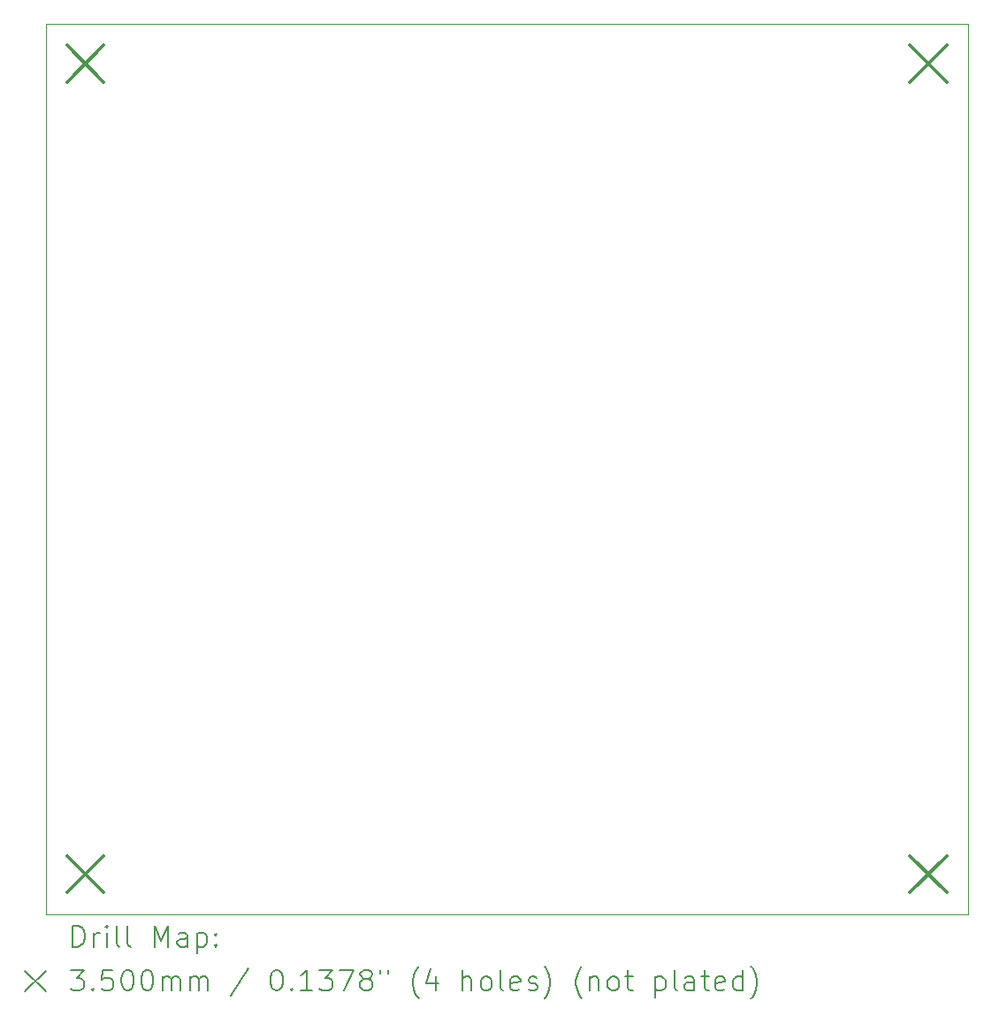
<source format=gbr>
%TF.GenerationSoftware,KiCad,Pcbnew,8.0.1*%
%TF.CreationDate,2024-04-15T18:30:33+02:00*%
%TF.ProjectId,Meanwell IRM Board,4d65616e-7765-46c6-9c20-49524d20426f,rev?*%
%TF.SameCoordinates,Original*%
%TF.FileFunction,Drillmap*%
%TF.FilePolarity,Positive*%
%FSLAX45Y45*%
G04 Gerber Fmt 4.5, Leading zero omitted, Abs format (unit mm)*
G04 Created by KiCad (PCBNEW 8.0.1) date 2024-04-15 18:30:33*
%MOMM*%
%LPD*%
G01*
G04 APERTURE LIST*
%ADD10C,0.050000*%
%ADD11C,0.200000*%
%ADD12C,0.350000*%
G04 APERTURE END LIST*
D10*
X9955000Y-4590000D02*
X18785000Y-4590000D01*
X18785000Y-13110000D01*
X9955000Y-13110000D01*
X9955000Y-4590000D01*
D11*
D12*
X10160000Y-4795000D02*
X10510000Y-5145000D01*
X10510000Y-4795000D02*
X10160000Y-5145000D01*
X10160000Y-12555000D02*
X10510000Y-12905000D01*
X10510000Y-12555000D02*
X10160000Y-12905000D01*
X18230000Y-4795000D02*
X18580000Y-5145000D01*
X18580000Y-4795000D02*
X18230000Y-5145000D01*
X18230000Y-12555000D02*
X18580000Y-12905000D01*
X18580000Y-12555000D02*
X18230000Y-12905000D01*
D11*
X10213277Y-13423984D02*
X10213277Y-13223984D01*
X10213277Y-13223984D02*
X10260896Y-13223984D01*
X10260896Y-13223984D02*
X10289467Y-13233508D01*
X10289467Y-13233508D02*
X10308515Y-13252555D01*
X10308515Y-13252555D02*
X10318039Y-13271603D01*
X10318039Y-13271603D02*
X10327563Y-13309698D01*
X10327563Y-13309698D02*
X10327563Y-13338269D01*
X10327563Y-13338269D02*
X10318039Y-13376365D01*
X10318039Y-13376365D02*
X10308515Y-13395412D01*
X10308515Y-13395412D02*
X10289467Y-13414460D01*
X10289467Y-13414460D02*
X10260896Y-13423984D01*
X10260896Y-13423984D02*
X10213277Y-13423984D01*
X10413277Y-13423984D02*
X10413277Y-13290650D01*
X10413277Y-13328746D02*
X10422801Y-13309698D01*
X10422801Y-13309698D02*
X10432324Y-13300174D01*
X10432324Y-13300174D02*
X10451372Y-13290650D01*
X10451372Y-13290650D02*
X10470420Y-13290650D01*
X10537086Y-13423984D02*
X10537086Y-13290650D01*
X10537086Y-13223984D02*
X10527563Y-13233508D01*
X10527563Y-13233508D02*
X10537086Y-13243031D01*
X10537086Y-13243031D02*
X10546610Y-13233508D01*
X10546610Y-13233508D02*
X10537086Y-13223984D01*
X10537086Y-13223984D02*
X10537086Y-13243031D01*
X10660896Y-13423984D02*
X10641848Y-13414460D01*
X10641848Y-13414460D02*
X10632324Y-13395412D01*
X10632324Y-13395412D02*
X10632324Y-13223984D01*
X10765658Y-13423984D02*
X10746610Y-13414460D01*
X10746610Y-13414460D02*
X10737086Y-13395412D01*
X10737086Y-13395412D02*
X10737086Y-13223984D01*
X10994229Y-13423984D02*
X10994229Y-13223984D01*
X10994229Y-13223984D02*
X11060896Y-13366841D01*
X11060896Y-13366841D02*
X11127563Y-13223984D01*
X11127563Y-13223984D02*
X11127563Y-13423984D01*
X11308515Y-13423984D02*
X11308515Y-13319222D01*
X11308515Y-13319222D02*
X11298991Y-13300174D01*
X11298991Y-13300174D02*
X11279943Y-13290650D01*
X11279943Y-13290650D02*
X11241848Y-13290650D01*
X11241848Y-13290650D02*
X11222801Y-13300174D01*
X11308515Y-13414460D02*
X11289467Y-13423984D01*
X11289467Y-13423984D02*
X11241848Y-13423984D01*
X11241848Y-13423984D02*
X11222801Y-13414460D01*
X11222801Y-13414460D02*
X11213277Y-13395412D01*
X11213277Y-13395412D02*
X11213277Y-13376365D01*
X11213277Y-13376365D02*
X11222801Y-13357317D01*
X11222801Y-13357317D02*
X11241848Y-13347793D01*
X11241848Y-13347793D02*
X11289467Y-13347793D01*
X11289467Y-13347793D02*
X11308515Y-13338269D01*
X11403753Y-13290650D02*
X11403753Y-13490650D01*
X11403753Y-13300174D02*
X11422801Y-13290650D01*
X11422801Y-13290650D02*
X11460896Y-13290650D01*
X11460896Y-13290650D02*
X11479943Y-13300174D01*
X11479943Y-13300174D02*
X11489467Y-13309698D01*
X11489467Y-13309698D02*
X11498991Y-13328746D01*
X11498991Y-13328746D02*
X11498991Y-13385888D01*
X11498991Y-13385888D02*
X11489467Y-13404936D01*
X11489467Y-13404936D02*
X11479943Y-13414460D01*
X11479943Y-13414460D02*
X11460896Y-13423984D01*
X11460896Y-13423984D02*
X11422801Y-13423984D01*
X11422801Y-13423984D02*
X11403753Y-13414460D01*
X11584705Y-13404936D02*
X11594229Y-13414460D01*
X11594229Y-13414460D02*
X11584705Y-13423984D01*
X11584705Y-13423984D02*
X11575182Y-13414460D01*
X11575182Y-13414460D02*
X11584705Y-13404936D01*
X11584705Y-13404936D02*
X11584705Y-13423984D01*
X11584705Y-13300174D02*
X11594229Y-13309698D01*
X11594229Y-13309698D02*
X11584705Y-13319222D01*
X11584705Y-13319222D02*
X11575182Y-13309698D01*
X11575182Y-13309698D02*
X11584705Y-13300174D01*
X11584705Y-13300174D02*
X11584705Y-13319222D01*
X9752500Y-13652500D02*
X9952500Y-13852500D01*
X9952500Y-13652500D02*
X9752500Y-13852500D01*
X10194229Y-13643984D02*
X10318039Y-13643984D01*
X10318039Y-13643984D02*
X10251372Y-13720174D01*
X10251372Y-13720174D02*
X10279944Y-13720174D01*
X10279944Y-13720174D02*
X10298991Y-13729698D01*
X10298991Y-13729698D02*
X10308515Y-13739222D01*
X10308515Y-13739222D02*
X10318039Y-13758269D01*
X10318039Y-13758269D02*
X10318039Y-13805888D01*
X10318039Y-13805888D02*
X10308515Y-13824936D01*
X10308515Y-13824936D02*
X10298991Y-13834460D01*
X10298991Y-13834460D02*
X10279944Y-13843984D01*
X10279944Y-13843984D02*
X10222801Y-13843984D01*
X10222801Y-13843984D02*
X10203753Y-13834460D01*
X10203753Y-13834460D02*
X10194229Y-13824936D01*
X10403753Y-13824936D02*
X10413277Y-13834460D01*
X10413277Y-13834460D02*
X10403753Y-13843984D01*
X10403753Y-13843984D02*
X10394229Y-13834460D01*
X10394229Y-13834460D02*
X10403753Y-13824936D01*
X10403753Y-13824936D02*
X10403753Y-13843984D01*
X10594229Y-13643984D02*
X10498991Y-13643984D01*
X10498991Y-13643984D02*
X10489467Y-13739222D01*
X10489467Y-13739222D02*
X10498991Y-13729698D01*
X10498991Y-13729698D02*
X10518039Y-13720174D01*
X10518039Y-13720174D02*
X10565658Y-13720174D01*
X10565658Y-13720174D02*
X10584705Y-13729698D01*
X10584705Y-13729698D02*
X10594229Y-13739222D01*
X10594229Y-13739222D02*
X10603753Y-13758269D01*
X10603753Y-13758269D02*
X10603753Y-13805888D01*
X10603753Y-13805888D02*
X10594229Y-13824936D01*
X10594229Y-13824936D02*
X10584705Y-13834460D01*
X10584705Y-13834460D02*
X10565658Y-13843984D01*
X10565658Y-13843984D02*
X10518039Y-13843984D01*
X10518039Y-13843984D02*
X10498991Y-13834460D01*
X10498991Y-13834460D02*
X10489467Y-13824936D01*
X10727563Y-13643984D02*
X10746610Y-13643984D01*
X10746610Y-13643984D02*
X10765658Y-13653508D01*
X10765658Y-13653508D02*
X10775182Y-13663031D01*
X10775182Y-13663031D02*
X10784705Y-13682079D01*
X10784705Y-13682079D02*
X10794229Y-13720174D01*
X10794229Y-13720174D02*
X10794229Y-13767793D01*
X10794229Y-13767793D02*
X10784705Y-13805888D01*
X10784705Y-13805888D02*
X10775182Y-13824936D01*
X10775182Y-13824936D02*
X10765658Y-13834460D01*
X10765658Y-13834460D02*
X10746610Y-13843984D01*
X10746610Y-13843984D02*
X10727563Y-13843984D01*
X10727563Y-13843984D02*
X10708515Y-13834460D01*
X10708515Y-13834460D02*
X10698991Y-13824936D01*
X10698991Y-13824936D02*
X10689467Y-13805888D01*
X10689467Y-13805888D02*
X10679944Y-13767793D01*
X10679944Y-13767793D02*
X10679944Y-13720174D01*
X10679944Y-13720174D02*
X10689467Y-13682079D01*
X10689467Y-13682079D02*
X10698991Y-13663031D01*
X10698991Y-13663031D02*
X10708515Y-13653508D01*
X10708515Y-13653508D02*
X10727563Y-13643984D01*
X10918039Y-13643984D02*
X10937086Y-13643984D01*
X10937086Y-13643984D02*
X10956134Y-13653508D01*
X10956134Y-13653508D02*
X10965658Y-13663031D01*
X10965658Y-13663031D02*
X10975182Y-13682079D01*
X10975182Y-13682079D02*
X10984705Y-13720174D01*
X10984705Y-13720174D02*
X10984705Y-13767793D01*
X10984705Y-13767793D02*
X10975182Y-13805888D01*
X10975182Y-13805888D02*
X10965658Y-13824936D01*
X10965658Y-13824936D02*
X10956134Y-13834460D01*
X10956134Y-13834460D02*
X10937086Y-13843984D01*
X10937086Y-13843984D02*
X10918039Y-13843984D01*
X10918039Y-13843984D02*
X10898991Y-13834460D01*
X10898991Y-13834460D02*
X10889467Y-13824936D01*
X10889467Y-13824936D02*
X10879944Y-13805888D01*
X10879944Y-13805888D02*
X10870420Y-13767793D01*
X10870420Y-13767793D02*
X10870420Y-13720174D01*
X10870420Y-13720174D02*
X10879944Y-13682079D01*
X10879944Y-13682079D02*
X10889467Y-13663031D01*
X10889467Y-13663031D02*
X10898991Y-13653508D01*
X10898991Y-13653508D02*
X10918039Y-13643984D01*
X11070420Y-13843984D02*
X11070420Y-13710650D01*
X11070420Y-13729698D02*
X11079944Y-13720174D01*
X11079944Y-13720174D02*
X11098991Y-13710650D01*
X11098991Y-13710650D02*
X11127563Y-13710650D01*
X11127563Y-13710650D02*
X11146610Y-13720174D01*
X11146610Y-13720174D02*
X11156134Y-13739222D01*
X11156134Y-13739222D02*
X11156134Y-13843984D01*
X11156134Y-13739222D02*
X11165658Y-13720174D01*
X11165658Y-13720174D02*
X11184705Y-13710650D01*
X11184705Y-13710650D02*
X11213277Y-13710650D01*
X11213277Y-13710650D02*
X11232324Y-13720174D01*
X11232324Y-13720174D02*
X11241848Y-13739222D01*
X11241848Y-13739222D02*
X11241848Y-13843984D01*
X11337086Y-13843984D02*
X11337086Y-13710650D01*
X11337086Y-13729698D02*
X11346610Y-13720174D01*
X11346610Y-13720174D02*
X11365658Y-13710650D01*
X11365658Y-13710650D02*
X11394229Y-13710650D01*
X11394229Y-13710650D02*
X11413277Y-13720174D01*
X11413277Y-13720174D02*
X11422801Y-13739222D01*
X11422801Y-13739222D02*
X11422801Y-13843984D01*
X11422801Y-13739222D02*
X11432324Y-13720174D01*
X11432324Y-13720174D02*
X11451372Y-13710650D01*
X11451372Y-13710650D02*
X11479943Y-13710650D01*
X11479943Y-13710650D02*
X11498991Y-13720174D01*
X11498991Y-13720174D02*
X11508515Y-13739222D01*
X11508515Y-13739222D02*
X11508515Y-13843984D01*
X11898991Y-13634460D02*
X11727563Y-13891603D01*
X12156134Y-13643984D02*
X12175182Y-13643984D01*
X12175182Y-13643984D02*
X12194229Y-13653508D01*
X12194229Y-13653508D02*
X12203753Y-13663031D01*
X12203753Y-13663031D02*
X12213277Y-13682079D01*
X12213277Y-13682079D02*
X12222801Y-13720174D01*
X12222801Y-13720174D02*
X12222801Y-13767793D01*
X12222801Y-13767793D02*
X12213277Y-13805888D01*
X12213277Y-13805888D02*
X12203753Y-13824936D01*
X12203753Y-13824936D02*
X12194229Y-13834460D01*
X12194229Y-13834460D02*
X12175182Y-13843984D01*
X12175182Y-13843984D02*
X12156134Y-13843984D01*
X12156134Y-13843984D02*
X12137086Y-13834460D01*
X12137086Y-13834460D02*
X12127563Y-13824936D01*
X12127563Y-13824936D02*
X12118039Y-13805888D01*
X12118039Y-13805888D02*
X12108515Y-13767793D01*
X12108515Y-13767793D02*
X12108515Y-13720174D01*
X12108515Y-13720174D02*
X12118039Y-13682079D01*
X12118039Y-13682079D02*
X12127563Y-13663031D01*
X12127563Y-13663031D02*
X12137086Y-13653508D01*
X12137086Y-13653508D02*
X12156134Y-13643984D01*
X12308515Y-13824936D02*
X12318039Y-13834460D01*
X12318039Y-13834460D02*
X12308515Y-13843984D01*
X12308515Y-13843984D02*
X12298991Y-13834460D01*
X12298991Y-13834460D02*
X12308515Y-13824936D01*
X12308515Y-13824936D02*
X12308515Y-13843984D01*
X12508515Y-13843984D02*
X12394229Y-13843984D01*
X12451372Y-13843984D02*
X12451372Y-13643984D01*
X12451372Y-13643984D02*
X12432325Y-13672555D01*
X12432325Y-13672555D02*
X12413277Y-13691603D01*
X12413277Y-13691603D02*
X12394229Y-13701127D01*
X12575182Y-13643984D02*
X12698991Y-13643984D01*
X12698991Y-13643984D02*
X12632325Y-13720174D01*
X12632325Y-13720174D02*
X12660896Y-13720174D01*
X12660896Y-13720174D02*
X12679944Y-13729698D01*
X12679944Y-13729698D02*
X12689467Y-13739222D01*
X12689467Y-13739222D02*
X12698991Y-13758269D01*
X12698991Y-13758269D02*
X12698991Y-13805888D01*
X12698991Y-13805888D02*
X12689467Y-13824936D01*
X12689467Y-13824936D02*
X12679944Y-13834460D01*
X12679944Y-13834460D02*
X12660896Y-13843984D01*
X12660896Y-13843984D02*
X12603753Y-13843984D01*
X12603753Y-13843984D02*
X12584706Y-13834460D01*
X12584706Y-13834460D02*
X12575182Y-13824936D01*
X12765658Y-13643984D02*
X12898991Y-13643984D01*
X12898991Y-13643984D02*
X12813277Y-13843984D01*
X13003753Y-13729698D02*
X12984706Y-13720174D01*
X12984706Y-13720174D02*
X12975182Y-13710650D01*
X12975182Y-13710650D02*
X12965658Y-13691603D01*
X12965658Y-13691603D02*
X12965658Y-13682079D01*
X12965658Y-13682079D02*
X12975182Y-13663031D01*
X12975182Y-13663031D02*
X12984706Y-13653508D01*
X12984706Y-13653508D02*
X13003753Y-13643984D01*
X13003753Y-13643984D02*
X13041848Y-13643984D01*
X13041848Y-13643984D02*
X13060896Y-13653508D01*
X13060896Y-13653508D02*
X13070420Y-13663031D01*
X13070420Y-13663031D02*
X13079944Y-13682079D01*
X13079944Y-13682079D02*
X13079944Y-13691603D01*
X13079944Y-13691603D02*
X13070420Y-13710650D01*
X13070420Y-13710650D02*
X13060896Y-13720174D01*
X13060896Y-13720174D02*
X13041848Y-13729698D01*
X13041848Y-13729698D02*
X13003753Y-13729698D01*
X13003753Y-13729698D02*
X12984706Y-13739222D01*
X12984706Y-13739222D02*
X12975182Y-13748746D01*
X12975182Y-13748746D02*
X12965658Y-13767793D01*
X12965658Y-13767793D02*
X12965658Y-13805888D01*
X12965658Y-13805888D02*
X12975182Y-13824936D01*
X12975182Y-13824936D02*
X12984706Y-13834460D01*
X12984706Y-13834460D02*
X13003753Y-13843984D01*
X13003753Y-13843984D02*
X13041848Y-13843984D01*
X13041848Y-13843984D02*
X13060896Y-13834460D01*
X13060896Y-13834460D02*
X13070420Y-13824936D01*
X13070420Y-13824936D02*
X13079944Y-13805888D01*
X13079944Y-13805888D02*
X13079944Y-13767793D01*
X13079944Y-13767793D02*
X13070420Y-13748746D01*
X13070420Y-13748746D02*
X13060896Y-13739222D01*
X13060896Y-13739222D02*
X13041848Y-13729698D01*
X13156134Y-13643984D02*
X13156134Y-13682079D01*
X13232325Y-13643984D02*
X13232325Y-13682079D01*
X13527563Y-13920174D02*
X13518039Y-13910650D01*
X13518039Y-13910650D02*
X13498991Y-13882079D01*
X13498991Y-13882079D02*
X13489468Y-13863031D01*
X13489468Y-13863031D02*
X13479944Y-13834460D01*
X13479944Y-13834460D02*
X13470420Y-13786841D01*
X13470420Y-13786841D02*
X13470420Y-13748746D01*
X13470420Y-13748746D02*
X13479944Y-13701127D01*
X13479944Y-13701127D02*
X13489468Y-13672555D01*
X13489468Y-13672555D02*
X13498991Y-13653508D01*
X13498991Y-13653508D02*
X13518039Y-13624936D01*
X13518039Y-13624936D02*
X13527563Y-13615412D01*
X13689468Y-13710650D02*
X13689468Y-13843984D01*
X13641848Y-13634460D02*
X13594229Y-13777317D01*
X13594229Y-13777317D02*
X13718039Y-13777317D01*
X13946610Y-13843984D02*
X13946610Y-13643984D01*
X14032325Y-13843984D02*
X14032325Y-13739222D01*
X14032325Y-13739222D02*
X14022801Y-13720174D01*
X14022801Y-13720174D02*
X14003753Y-13710650D01*
X14003753Y-13710650D02*
X13975182Y-13710650D01*
X13975182Y-13710650D02*
X13956134Y-13720174D01*
X13956134Y-13720174D02*
X13946610Y-13729698D01*
X14156134Y-13843984D02*
X14137087Y-13834460D01*
X14137087Y-13834460D02*
X14127563Y-13824936D01*
X14127563Y-13824936D02*
X14118039Y-13805888D01*
X14118039Y-13805888D02*
X14118039Y-13748746D01*
X14118039Y-13748746D02*
X14127563Y-13729698D01*
X14127563Y-13729698D02*
X14137087Y-13720174D01*
X14137087Y-13720174D02*
X14156134Y-13710650D01*
X14156134Y-13710650D02*
X14184706Y-13710650D01*
X14184706Y-13710650D02*
X14203753Y-13720174D01*
X14203753Y-13720174D02*
X14213277Y-13729698D01*
X14213277Y-13729698D02*
X14222801Y-13748746D01*
X14222801Y-13748746D02*
X14222801Y-13805888D01*
X14222801Y-13805888D02*
X14213277Y-13824936D01*
X14213277Y-13824936D02*
X14203753Y-13834460D01*
X14203753Y-13834460D02*
X14184706Y-13843984D01*
X14184706Y-13843984D02*
X14156134Y-13843984D01*
X14337087Y-13843984D02*
X14318039Y-13834460D01*
X14318039Y-13834460D02*
X14308515Y-13815412D01*
X14308515Y-13815412D02*
X14308515Y-13643984D01*
X14489468Y-13834460D02*
X14470420Y-13843984D01*
X14470420Y-13843984D02*
X14432325Y-13843984D01*
X14432325Y-13843984D02*
X14413277Y-13834460D01*
X14413277Y-13834460D02*
X14403753Y-13815412D01*
X14403753Y-13815412D02*
X14403753Y-13739222D01*
X14403753Y-13739222D02*
X14413277Y-13720174D01*
X14413277Y-13720174D02*
X14432325Y-13710650D01*
X14432325Y-13710650D02*
X14470420Y-13710650D01*
X14470420Y-13710650D02*
X14489468Y-13720174D01*
X14489468Y-13720174D02*
X14498991Y-13739222D01*
X14498991Y-13739222D02*
X14498991Y-13758269D01*
X14498991Y-13758269D02*
X14403753Y-13777317D01*
X14575182Y-13834460D02*
X14594230Y-13843984D01*
X14594230Y-13843984D02*
X14632325Y-13843984D01*
X14632325Y-13843984D02*
X14651372Y-13834460D01*
X14651372Y-13834460D02*
X14660896Y-13815412D01*
X14660896Y-13815412D02*
X14660896Y-13805888D01*
X14660896Y-13805888D02*
X14651372Y-13786841D01*
X14651372Y-13786841D02*
X14632325Y-13777317D01*
X14632325Y-13777317D02*
X14603753Y-13777317D01*
X14603753Y-13777317D02*
X14584706Y-13767793D01*
X14584706Y-13767793D02*
X14575182Y-13748746D01*
X14575182Y-13748746D02*
X14575182Y-13739222D01*
X14575182Y-13739222D02*
X14584706Y-13720174D01*
X14584706Y-13720174D02*
X14603753Y-13710650D01*
X14603753Y-13710650D02*
X14632325Y-13710650D01*
X14632325Y-13710650D02*
X14651372Y-13720174D01*
X14727563Y-13920174D02*
X14737087Y-13910650D01*
X14737087Y-13910650D02*
X14756134Y-13882079D01*
X14756134Y-13882079D02*
X14765658Y-13863031D01*
X14765658Y-13863031D02*
X14775182Y-13834460D01*
X14775182Y-13834460D02*
X14784706Y-13786841D01*
X14784706Y-13786841D02*
X14784706Y-13748746D01*
X14784706Y-13748746D02*
X14775182Y-13701127D01*
X14775182Y-13701127D02*
X14765658Y-13672555D01*
X14765658Y-13672555D02*
X14756134Y-13653508D01*
X14756134Y-13653508D02*
X14737087Y-13624936D01*
X14737087Y-13624936D02*
X14727563Y-13615412D01*
X15089468Y-13920174D02*
X15079944Y-13910650D01*
X15079944Y-13910650D02*
X15060896Y-13882079D01*
X15060896Y-13882079D02*
X15051372Y-13863031D01*
X15051372Y-13863031D02*
X15041849Y-13834460D01*
X15041849Y-13834460D02*
X15032325Y-13786841D01*
X15032325Y-13786841D02*
X15032325Y-13748746D01*
X15032325Y-13748746D02*
X15041849Y-13701127D01*
X15041849Y-13701127D02*
X15051372Y-13672555D01*
X15051372Y-13672555D02*
X15060896Y-13653508D01*
X15060896Y-13653508D02*
X15079944Y-13624936D01*
X15079944Y-13624936D02*
X15089468Y-13615412D01*
X15165658Y-13710650D02*
X15165658Y-13843984D01*
X15165658Y-13729698D02*
X15175182Y-13720174D01*
X15175182Y-13720174D02*
X15194230Y-13710650D01*
X15194230Y-13710650D02*
X15222801Y-13710650D01*
X15222801Y-13710650D02*
X15241849Y-13720174D01*
X15241849Y-13720174D02*
X15251372Y-13739222D01*
X15251372Y-13739222D02*
X15251372Y-13843984D01*
X15375182Y-13843984D02*
X15356134Y-13834460D01*
X15356134Y-13834460D02*
X15346611Y-13824936D01*
X15346611Y-13824936D02*
X15337087Y-13805888D01*
X15337087Y-13805888D02*
X15337087Y-13748746D01*
X15337087Y-13748746D02*
X15346611Y-13729698D01*
X15346611Y-13729698D02*
X15356134Y-13720174D01*
X15356134Y-13720174D02*
X15375182Y-13710650D01*
X15375182Y-13710650D02*
X15403753Y-13710650D01*
X15403753Y-13710650D02*
X15422801Y-13720174D01*
X15422801Y-13720174D02*
X15432325Y-13729698D01*
X15432325Y-13729698D02*
X15441849Y-13748746D01*
X15441849Y-13748746D02*
X15441849Y-13805888D01*
X15441849Y-13805888D02*
X15432325Y-13824936D01*
X15432325Y-13824936D02*
X15422801Y-13834460D01*
X15422801Y-13834460D02*
X15403753Y-13843984D01*
X15403753Y-13843984D02*
X15375182Y-13843984D01*
X15498992Y-13710650D02*
X15575182Y-13710650D01*
X15527563Y-13643984D02*
X15527563Y-13815412D01*
X15527563Y-13815412D02*
X15537087Y-13834460D01*
X15537087Y-13834460D02*
X15556134Y-13843984D01*
X15556134Y-13843984D02*
X15575182Y-13843984D01*
X15794230Y-13710650D02*
X15794230Y-13910650D01*
X15794230Y-13720174D02*
X15813277Y-13710650D01*
X15813277Y-13710650D02*
X15851373Y-13710650D01*
X15851373Y-13710650D02*
X15870420Y-13720174D01*
X15870420Y-13720174D02*
X15879944Y-13729698D01*
X15879944Y-13729698D02*
X15889468Y-13748746D01*
X15889468Y-13748746D02*
X15889468Y-13805888D01*
X15889468Y-13805888D02*
X15879944Y-13824936D01*
X15879944Y-13824936D02*
X15870420Y-13834460D01*
X15870420Y-13834460D02*
X15851373Y-13843984D01*
X15851373Y-13843984D02*
X15813277Y-13843984D01*
X15813277Y-13843984D02*
X15794230Y-13834460D01*
X16003753Y-13843984D02*
X15984706Y-13834460D01*
X15984706Y-13834460D02*
X15975182Y-13815412D01*
X15975182Y-13815412D02*
X15975182Y-13643984D01*
X16165658Y-13843984D02*
X16165658Y-13739222D01*
X16165658Y-13739222D02*
X16156134Y-13720174D01*
X16156134Y-13720174D02*
X16137087Y-13710650D01*
X16137087Y-13710650D02*
X16098992Y-13710650D01*
X16098992Y-13710650D02*
X16079944Y-13720174D01*
X16165658Y-13834460D02*
X16146611Y-13843984D01*
X16146611Y-13843984D02*
X16098992Y-13843984D01*
X16098992Y-13843984D02*
X16079944Y-13834460D01*
X16079944Y-13834460D02*
X16070420Y-13815412D01*
X16070420Y-13815412D02*
X16070420Y-13796365D01*
X16070420Y-13796365D02*
X16079944Y-13777317D01*
X16079944Y-13777317D02*
X16098992Y-13767793D01*
X16098992Y-13767793D02*
X16146611Y-13767793D01*
X16146611Y-13767793D02*
X16165658Y-13758269D01*
X16232325Y-13710650D02*
X16308515Y-13710650D01*
X16260896Y-13643984D02*
X16260896Y-13815412D01*
X16260896Y-13815412D02*
X16270420Y-13834460D01*
X16270420Y-13834460D02*
X16289468Y-13843984D01*
X16289468Y-13843984D02*
X16308515Y-13843984D01*
X16451373Y-13834460D02*
X16432325Y-13843984D01*
X16432325Y-13843984D02*
X16394230Y-13843984D01*
X16394230Y-13843984D02*
X16375182Y-13834460D01*
X16375182Y-13834460D02*
X16365658Y-13815412D01*
X16365658Y-13815412D02*
X16365658Y-13739222D01*
X16365658Y-13739222D02*
X16375182Y-13720174D01*
X16375182Y-13720174D02*
X16394230Y-13710650D01*
X16394230Y-13710650D02*
X16432325Y-13710650D01*
X16432325Y-13710650D02*
X16451373Y-13720174D01*
X16451373Y-13720174D02*
X16460896Y-13739222D01*
X16460896Y-13739222D02*
X16460896Y-13758269D01*
X16460896Y-13758269D02*
X16365658Y-13777317D01*
X16632325Y-13843984D02*
X16632325Y-13643984D01*
X16632325Y-13834460D02*
X16613277Y-13843984D01*
X16613277Y-13843984D02*
X16575182Y-13843984D01*
X16575182Y-13843984D02*
X16556134Y-13834460D01*
X16556134Y-13834460D02*
X16546611Y-13824936D01*
X16546611Y-13824936D02*
X16537087Y-13805888D01*
X16537087Y-13805888D02*
X16537087Y-13748746D01*
X16537087Y-13748746D02*
X16546611Y-13729698D01*
X16546611Y-13729698D02*
X16556134Y-13720174D01*
X16556134Y-13720174D02*
X16575182Y-13710650D01*
X16575182Y-13710650D02*
X16613277Y-13710650D01*
X16613277Y-13710650D02*
X16632325Y-13720174D01*
X16708515Y-13920174D02*
X16718039Y-13910650D01*
X16718039Y-13910650D02*
X16737087Y-13882079D01*
X16737087Y-13882079D02*
X16746611Y-13863031D01*
X16746611Y-13863031D02*
X16756134Y-13834460D01*
X16756134Y-13834460D02*
X16765658Y-13786841D01*
X16765658Y-13786841D02*
X16765658Y-13748746D01*
X16765658Y-13748746D02*
X16756134Y-13701127D01*
X16756134Y-13701127D02*
X16746611Y-13672555D01*
X16746611Y-13672555D02*
X16737087Y-13653508D01*
X16737087Y-13653508D02*
X16718039Y-13624936D01*
X16718039Y-13624936D02*
X16708515Y-13615412D01*
M02*

</source>
